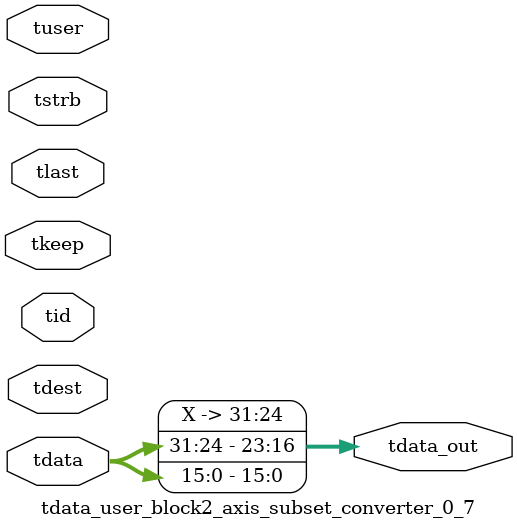
<source format=v>


`timescale 1ps/1ps

module tdata_user_block2_axis_subset_converter_0_7 #
(
parameter C_S_AXIS_TDATA_WIDTH = 32,
parameter C_S_AXIS_TUSER_WIDTH = 0,
parameter C_S_AXIS_TID_WIDTH   = 0,
parameter C_S_AXIS_TDEST_WIDTH = 0,
parameter C_M_AXIS_TDATA_WIDTH = 32
)
(
input  [(C_S_AXIS_TDATA_WIDTH == 0 ? 1 : C_S_AXIS_TDATA_WIDTH)-1:0     ] tdata,
input  [(C_S_AXIS_TUSER_WIDTH == 0 ? 1 : C_S_AXIS_TUSER_WIDTH)-1:0     ] tuser,
input  [(C_S_AXIS_TID_WIDTH   == 0 ? 1 : C_S_AXIS_TID_WIDTH)-1:0       ] tid,
input  [(C_S_AXIS_TDEST_WIDTH == 0 ? 1 : C_S_AXIS_TDEST_WIDTH)-1:0     ] tdest,
input  [(C_S_AXIS_TDATA_WIDTH/8)-1:0 ] tkeep,
input  [(C_S_AXIS_TDATA_WIDTH/8)-1:0 ] tstrb,
input                                                                    tlast,
output [C_M_AXIS_TDATA_WIDTH-1:0] tdata_out
);

assign tdata_out = {tdata[39:24],tdata[15:0]};

endmodule


</source>
